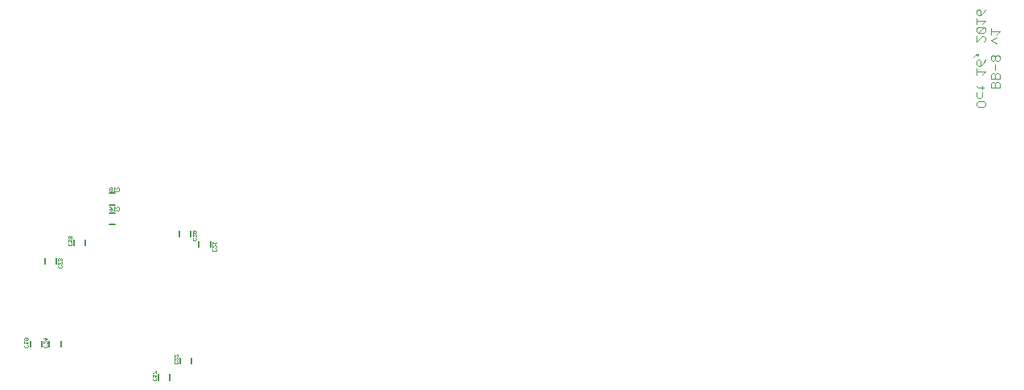
<source format=gbo>
G75*
%MOIN*%
%OFA0B0*%
%FSLAX25Y25*%
%IPPOS*%
%LPD*%
%AMOC8*
5,1,8,0,0,1.08239X$1,22.5*
%
%ADD10C,0.00300*%
%ADD11C,0.00600*%
%ADD12C,0.00100*%
D10*
X0691082Y0367967D02*
X0691082Y0369201D01*
X0691699Y0369818D01*
X0694168Y0369818D01*
X0694785Y0369201D01*
X0694785Y0367967D01*
X0694168Y0367350D01*
X0691699Y0367350D01*
X0691082Y0367967D01*
X0691699Y0371033D02*
X0691082Y0371650D01*
X0691082Y0373502D01*
X0691699Y0375333D02*
X0691082Y0375950D01*
X0691699Y0375333D02*
X0694168Y0375333D01*
X0693551Y0374716D02*
X0693551Y0375950D01*
X0693551Y0373502D02*
X0693551Y0371650D01*
X0692933Y0371033D01*
X0691699Y0371033D01*
X0697082Y0375330D02*
X0697082Y0377181D01*
X0697699Y0377799D01*
X0698316Y0377799D01*
X0698933Y0377181D01*
X0698933Y0375330D01*
X0697082Y0375330D02*
X0700785Y0375330D01*
X0700785Y0377181D01*
X0700168Y0377799D01*
X0699551Y0377799D01*
X0698933Y0377181D01*
X0698933Y0379013D02*
X0698933Y0380865D01*
X0698316Y0381482D01*
X0697699Y0381482D01*
X0697082Y0380865D01*
X0697082Y0379013D01*
X0700785Y0379013D01*
X0700785Y0380865D01*
X0700168Y0381482D01*
X0699551Y0381482D01*
X0698933Y0380865D01*
X0698933Y0382696D02*
X0698933Y0385165D01*
X0698316Y0386379D02*
X0698933Y0386996D01*
X0698933Y0388231D01*
X0698316Y0388848D01*
X0697699Y0388848D01*
X0697082Y0388231D01*
X0697082Y0386996D01*
X0697699Y0386379D01*
X0698316Y0386379D01*
X0698933Y0386996D02*
X0699551Y0386379D01*
X0700168Y0386379D01*
X0700785Y0386996D01*
X0700785Y0388231D01*
X0700168Y0388848D01*
X0699551Y0388848D01*
X0698933Y0388231D01*
X0694785Y0387006D02*
X0694168Y0385772D01*
X0692933Y0384538D01*
X0692933Y0386389D01*
X0692316Y0387006D01*
X0691699Y0387006D01*
X0691082Y0386389D01*
X0691082Y0385155D01*
X0691699Y0384538D01*
X0692933Y0384538D01*
X0691082Y0383323D02*
X0691082Y0380855D01*
X0691082Y0382089D02*
X0694785Y0382089D01*
X0693551Y0380855D01*
X0691699Y0388838D02*
X0691082Y0388838D01*
X0691082Y0389455D01*
X0691699Y0389455D01*
X0691699Y0388838D01*
X0691082Y0389455D02*
X0689847Y0388221D01*
X0691082Y0394359D02*
X0693551Y0396828D01*
X0694168Y0396828D01*
X0694785Y0396211D01*
X0694785Y0394977D01*
X0694168Y0394359D01*
X0697082Y0394980D02*
X0699551Y0396214D01*
X0699551Y0397429D02*
X0700785Y0398663D01*
X0697082Y0398663D01*
X0697082Y0397429D02*
X0697082Y0399898D01*
X0694785Y0399894D02*
X0694168Y0400511D01*
X0691699Y0398043D01*
X0691082Y0398660D01*
X0691082Y0399894D01*
X0691699Y0400511D01*
X0694168Y0400511D01*
X0694785Y0399894D02*
X0694785Y0398660D01*
X0694168Y0398043D01*
X0691699Y0398043D01*
X0691082Y0396828D02*
X0691082Y0394359D01*
X0697082Y0394980D02*
X0699551Y0393746D01*
X0693551Y0401726D02*
X0694785Y0402960D01*
X0691082Y0402960D01*
X0691082Y0401726D02*
X0691082Y0404194D01*
X0691699Y0405409D02*
X0691082Y0406026D01*
X0691082Y0407260D01*
X0691699Y0407878D01*
X0692316Y0407878D01*
X0692933Y0407260D01*
X0692933Y0405409D01*
X0691699Y0405409D01*
X0692933Y0405409D02*
X0694168Y0406643D01*
X0694785Y0407878D01*
D11*
X0373688Y0311693D02*
X0373688Y0309331D01*
X0368963Y0309331D02*
X0368963Y0311693D01*
X0365420Y0313858D02*
X0365420Y0316220D01*
X0360696Y0316220D02*
X0360696Y0313858D01*
X0334121Y0318780D02*
X0331759Y0318780D01*
X0331759Y0323504D02*
X0334121Y0323504D01*
X0334121Y0326850D02*
X0331759Y0326850D01*
X0331759Y0331575D02*
X0334121Y0331575D01*
X0321916Y0312480D02*
X0321916Y0310118D01*
X0317192Y0310118D02*
X0317192Y0312480D01*
X0309711Y0304803D02*
X0309711Y0302441D01*
X0304987Y0302441D02*
X0304987Y0304803D01*
X0303806Y0270354D02*
X0303806Y0267992D01*
X0306955Y0267992D02*
X0306955Y0270354D01*
X0311680Y0270354D02*
X0311680Y0267992D01*
X0299081Y0267992D02*
X0299081Y0270354D01*
X0352231Y0256575D02*
X0352231Y0254213D01*
X0356955Y0254213D02*
X0356955Y0256575D01*
X0361089Y0261102D02*
X0361089Y0263465D01*
X0365814Y0263465D02*
X0365814Y0261102D01*
D12*
X0349793Y0254775D02*
X0349793Y0254274D01*
X0350043Y0254024D01*
X0351044Y0254024D01*
X0351294Y0254274D01*
X0351294Y0254775D01*
X0351044Y0255025D01*
X0350794Y0255497D02*
X0351294Y0255998D01*
X0349793Y0255998D01*
X0349793Y0256498D02*
X0349793Y0255497D01*
X0350043Y0255025D02*
X0349793Y0254775D01*
X0349793Y0256970D02*
X0350043Y0256970D01*
X0351044Y0257971D01*
X0351294Y0257971D01*
X0351294Y0256970D01*
X0358651Y0261164D02*
X0358651Y0261664D01*
X0358902Y0261915D01*
X0358651Y0262387D02*
X0359652Y0263388D01*
X0359902Y0263388D01*
X0360153Y0263138D01*
X0360153Y0262637D01*
X0359902Y0262387D01*
X0359902Y0261915D02*
X0360153Y0261664D01*
X0360153Y0261164D01*
X0359902Y0260914D01*
X0358902Y0260914D01*
X0358651Y0261164D01*
X0358651Y0262387D02*
X0358651Y0263388D01*
X0358651Y0263860D02*
X0359652Y0264861D01*
X0359902Y0264861D01*
X0360153Y0264611D01*
X0360153Y0264110D01*
X0359902Y0263860D01*
X0358651Y0263860D02*
X0358651Y0264861D01*
X0306019Y0268054D02*
X0305769Y0267803D01*
X0304768Y0267803D01*
X0304518Y0268054D01*
X0304518Y0268554D01*
X0304768Y0268804D01*
X0304518Y0269277D02*
X0305518Y0270278D01*
X0305769Y0270278D01*
X0306019Y0270027D01*
X0306019Y0269527D01*
X0305769Y0269277D01*
X0305769Y0268804D02*
X0306019Y0268554D01*
X0306019Y0268054D01*
X0304518Y0269277D02*
X0304518Y0270278D01*
X0305268Y0270750D02*
X0305268Y0271751D01*
X0304518Y0271501D02*
X0306019Y0271501D01*
X0305268Y0270750D01*
X0298145Y0271000D02*
X0298145Y0271501D01*
X0297895Y0271751D01*
X0297644Y0271751D01*
X0297394Y0271501D01*
X0297394Y0271000D01*
X0297644Y0270750D01*
X0297895Y0270750D01*
X0298145Y0271000D01*
X0297394Y0271000D02*
X0297144Y0270750D01*
X0296894Y0270750D01*
X0296644Y0271000D01*
X0296644Y0271501D01*
X0296894Y0271751D01*
X0297144Y0271751D01*
X0297394Y0271501D01*
X0296644Y0270278D02*
X0296644Y0269277D01*
X0296644Y0269777D02*
X0298145Y0269777D01*
X0297644Y0269277D01*
X0297895Y0268804D02*
X0298145Y0268554D01*
X0298145Y0268054D01*
X0297895Y0267803D01*
X0296894Y0267803D01*
X0296644Y0268054D01*
X0296644Y0268554D01*
X0296894Y0268804D01*
X0310899Y0300672D02*
X0310649Y0300922D01*
X0310649Y0301423D01*
X0310899Y0301673D01*
X0310649Y0302145D02*
X0311650Y0303146D01*
X0311900Y0303146D01*
X0312150Y0302896D01*
X0312150Y0302396D01*
X0311900Y0302145D01*
X0311900Y0301673D02*
X0312150Y0301423D01*
X0312150Y0300922D01*
X0311900Y0300672D01*
X0310899Y0300672D01*
X0310649Y0302145D02*
X0310649Y0303146D01*
X0310899Y0303619D02*
X0310649Y0303869D01*
X0310649Y0304369D01*
X0310899Y0304619D01*
X0311149Y0304619D01*
X0311400Y0304369D01*
X0311400Y0304119D01*
X0311400Y0304369D02*
X0311650Y0304619D01*
X0311900Y0304619D01*
X0312150Y0304369D01*
X0312150Y0303869D01*
X0311900Y0303619D01*
X0315004Y0309929D02*
X0314754Y0310180D01*
X0314754Y0310680D01*
X0315004Y0310930D01*
X0314754Y0311403D02*
X0314754Y0312404D01*
X0314754Y0311903D02*
X0316255Y0311903D01*
X0315755Y0311403D01*
X0316005Y0310930D02*
X0316255Y0310680D01*
X0316255Y0310180D01*
X0316005Y0309929D01*
X0315004Y0309929D01*
X0315004Y0312876D02*
X0314754Y0313126D01*
X0314754Y0313627D01*
X0315004Y0313877D01*
X0316005Y0313877D01*
X0316255Y0313627D01*
X0316255Y0313126D01*
X0316005Y0312876D01*
X0315755Y0312876D01*
X0315504Y0313126D01*
X0315504Y0313877D01*
X0331942Y0324692D02*
X0331942Y0324942D01*
X0332192Y0325192D01*
X0332943Y0325192D01*
X0332943Y0324692D01*
X0332693Y0324442D01*
X0332192Y0324442D01*
X0331942Y0324692D01*
X0332943Y0325192D02*
X0332443Y0325693D01*
X0331942Y0325943D01*
X0333916Y0325943D02*
X0333916Y0324442D01*
X0334416Y0324442D02*
X0333416Y0324442D01*
X0334416Y0325443D02*
X0333916Y0325943D01*
X0334889Y0325693D02*
X0335139Y0325943D01*
X0335639Y0325943D01*
X0335890Y0325693D01*
X0335890Y0324692D01*
X0335639Y0324442D01*
X0335139Y0324442D01*
X0334889Y0324692D01*
X0335139Y0332513D02*
X0334889Y0332763D01*
X0335139Y0332513D02*
X0335639Y0332513D01*
X0335890Y0332763D01*
X0335890Y0333764D01*
X0335639Y0334014D01*
X0335139Y0334014D01*
X0334889Y0333764D01*
X0334416Y0333513D02*
X0333916Y0334014D01*
X0333916Y0332513D01*
X0334416Y0332513D02*
X0333416Y0332513D01*
X0332943Y0332763D02*
X0331942Y0333764D01*
X0331942Y0332763D01*
X0332192Y0332513D01*
X0332693Y0332513D01*
X0332943Y0332763D01*
X0332943Y0333764D01*
X0332693Y0334014D01*
X0332192Y0334014D01*
X0331942Y0333764D01*
X0366358Y0315787D02*
X0366358Y0315286D01*
X0366608Y0315036D01*
X0367609Y0316037D01*
X0366608Y0316037D01*
X0366358Y0315787D01*
X0366608Y0315036D02*
X0367609Y0315036D01*
X0367859Y0315286D01*
X0367859Y0315787D01*
X0367609Y0316037D01*
X0367609Y0314563D02*
X0367859Y0314313D01*
X0367859Y0313813D01*
X0367609Y0313563D01*
X0367609Y0313090D02*
X0367859Y0312840D01*
X0367859Y0312340D01*
X0367609Y0312089D01*
X0366608Y0312089D01*
X0366358Y0312340D01*
X0366358Y0312840D01*
X0366608Y0313090D01*
X0366358Y0313563D02*
X0367359Y0314563D01*
X0367609Y0314563D01*
X0366358Y0314563D02*
X0366358Y0313563D01*
X0374625Y0311509D02*
X0374625Y0310508D01*
X0374625Y0310036D02*
X0374625Y0309035D01*
X0375626Y0310036D01*
X0375877Y0310036D01*
X0376127Y0309786D01*
X0376127Y0309285D01*
X0375877Y0309035D01*
X0375877Y0308563D02*
X0376127Y0308312D01*
X0376127Y0307812D01*
X0375877Y0307562D01*
X0374876Y0307562D01*
X0374625Y0307812D01*
X0374625Y0308312D01*
X0374876Y0308563D01*
X0375626Y0310508D02*
X0376127Y0311009D01*
X0374625Y0311009D01*
M02*

</source>
